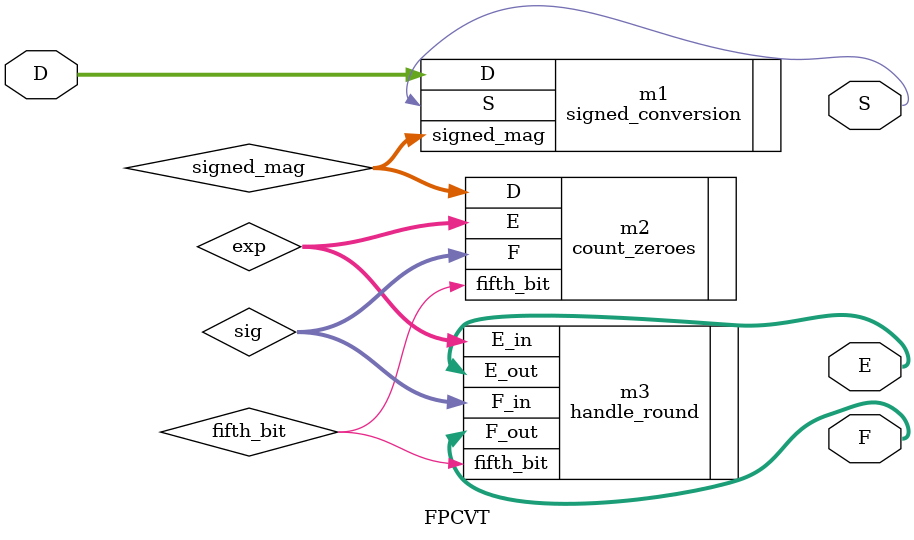
<source format=v>
`timescale 1ns / 1ps

module FPCVT(D, S, E, F);

	// Inputs
	input [11:0] D;

	// Outputs
	output S;
	output [2:0] E;
	output [3:0] F;

	// Wires
	wire [11:0] signed_mag;
	wire fifth_bit;
	wire [2:0] exp;
	wire [3:0] sig;

	// Convert D from Two's Complement to Signed Magnitude
	signed_conversion m1 (.D(D), .S(S), .signed_mag(signed_mag));

	// Count leading zeroes and extract leading bits
	count_zeroes m2 (.D(signed_mag), .E(exp), .F(sig), .fifth_bit(fifth_bit));

	// Round
	handle_round m3 (.E_in(exp), .F_in(sig), .fifth_bit(fifth_bit), .E_out(E), .F_out(F));

endmodule
</source>
